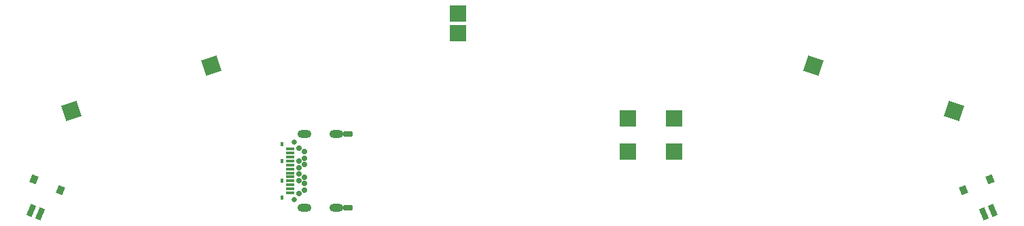
<source format=gbr>
%TF.GenerationSoftware,KiCad,Pcbnew,7.0.6*%
%TF.CreationDate,2023-09-26T11:41:46-07:00*%
%TF.ProjectId,UniSNES,556e6953-4e45-4532-9e6b-696361645f70,rev?*%
%TF.SameCoordinates,Original*%
%TF.FileFunction,Soldermask,Bot*%
%TF.FilePolarity,Negative*%
%FSLAX46Y46*%
G04 Gerber Fmt 4.6, Leading zero omitted, Abs format (unit mm)*
G04 Created by KiCad (PCBNEW 7.0.6) date 2023-09-26 11:41:46*
%MOMM*%
%LPD*%
G01*
G04 APERTURE LIST*
G04 Aperture macros list*
%AMRoundRect*
0 Rectangle with rounded corners*
0 $1 Rounding radius*
0 $2 $3 $4 $5 $6 $7 $8 $9 X,Y pos of 4 corners*
0 Add a 4 corners polygon primitive as box body*
4,1,4,$2,$3,$4,$5,$6,$7,$8,$9,$2,$3,0*
0 Add four circle primitives for the rounded corners*
1,1,$1+$1,$2,$3*
1,1,$1+$1,$4,$5*
1,1,$1+$1,$6,$7*
1,1,$1+$1,$8,$9*
0 Add four rect primitives between the rounded corners*
20,1,$1+$1,$2,$3,$4,$5,0*
20,1,$1+$1,$4,$5,$6,$7,0*
20,1,$1+$1,$6,$7,$8,$9,0*
20,1,$1+$1,$8,$9,$2,$3,0*%
%AMRotRect*
0 Rectangle, with rotation*
0 The origin of the aperture is its center*
0 $1 length*
0 $2 width*
0 $3 Rotation angle, in degrees counterclockwise*
0 Add horizontal line*
21,1,$1,$2,0,0,$3*%
G04 Aperture macros list end*
%ADD10RotRect,2.000000X2.000000X162.000000*%
%ADD11RotRect,2.000000X2.000000X198.000000*%
%ADD12RotRect,0.700000X1.500000X337.500000*%
%ADD13RotRect,0.850000X1.000000X337.500000*%
%ADD14R,2.000000X2.000000*%
%ADD15C,0.650000*%
%ADD16RoundRect,0.050000X-0.450000X0.150000X-0.450000X-0.150000X0.450000X-0.150000X0.450000X0.150000X0*%
%ADD17C,0.700000*%
%ADD18RoundRect,0.050000X-0.525000X0.250000X-0.525000X-0.250000X0.525000X-0.250000X0.525000X0.250000X0*%
%ADD19O,1.753200X1.003200*%
%ADD20RoundRect,0.050000X-0.150000X0.235000X-0.150000X-0.235000X0.150000X-0.235000X0.150000X0.235000X0*%
%ADD21RotRect,0.700000X1.500000X22.500000*%
%ADD22RotRect,0.850000X1.000000X22.500000*%
G04 APERTURE END LIST*
D10*
%TO.C,T10*%
X134213600Y-35061073D03*
%TD*%
%TO.C,T9*%
X116687600Y-29371474D03*
%TD*%
D11*
%TO.C,T8*%
X41656000Y-29362400D03*
%TD*%
%TO.C,T7*%
X24180800Y-35052000D03*
%TD*%
D12*
%TO.C,TRL1*%
X19178141Y-47502664D03*
X20286796Y-47961884D03*
D13*
X19527645Y-43588463D03*
X22807418Y-44946989D03*
%TD*%
D14*
%TO.C,T6*%
X72390000Y-25298400D03*
%TD*%
%TO.C,T5*%
X72390000Y-22860000D03*
%TD*%
%TO.C,T1*%
X99291350Y-36017200D03*
%TD*%
%TO.C,T4*%
X93573600Y-40182800D03*
%TD*%
D15*
%TO.C,J1*%
X52004759Y-38968895D03*
X52004759Y-46168895D03*
D16*
X51454759Y-39818895D03*
X51454759Y-40318895D03*
X51454759Y-40818895D03*
X51454759Y-41318895D03*
X51454759Y-41818895D03*
X51454759Y-42318895D03*
X51454759Y-42818895D03*
X51454759Y-43318895D03*
X51454759Y-43818895D03*
X51454759Y-44318895D03*
X51454759Y-44818895D03*
X51454759Y-45318895D03*
D17*
X52544759Y-45368895D03*
X53254759Y-44968895D03*
X53254759Y-44168895D03*
X52544759Y-43768895D03*
X53254759Y-43368895D03*
X52544759Y-42968895D03*
X52544759Y-42168895D03*
X53254759Y-41768895D03*
X52544759Y-41368895D03*
X53254759Y-40968895D03*
X53254759Y-40168895D03*
X52544759Y-39768895D03*
D18*
X58674759Y-37968895D03*
D19*
X57254759Y-37968895D03*
X53254759Y-37968895D03*
D20*
X50454759Y-39198895D03*
X50454759Y-41318895D03*
X50454759Y-43818895D03*
X50454759Y-45938895D03*
D18*
X58674759Y-47168895D03*
D19*
X57254759Y-47168895D03*
X53254759Y-47168895D03*
%TD*%
D14*
%TO.C,T2*%
X99291350Y-40182800D03*
%TD*%
D21*
%TO.C,TRR1*%
X137913204Y-47961884D03*
X139021859Y-47502664D03*
D22*
X135392582Y-44946989D03*
X138672355Y-43588463D03*
%TD*%
D14*
%TO.C,T3*%
X93573600Y-36017200D03*
%TD*%
M02*

</source>
